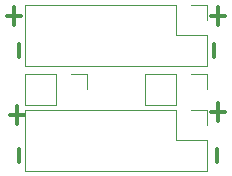
<source format=gto>
G04 #@! TF.GenerationSoftware,KiCad,Pcbnew,(5.1.5)-3*
G04 #@! TF.CreationDate,2020-11-13T08:06:48-05:00*
G04 #@! TF.ProjectId,PowerDistrib,506f7765-7244-4697-9374-7269622e6b69,rev?*
G04 #@! TF.SameCoordinates,Original*
G04 #@! TF.FileFunction,Legend,Top*
G04 #@! TF.FilePolarity,Positive*
%FSLAX46Y46*%
G04 Gerber Fmt 4.6, Leading zero omitted, Abs format (unit mm)*
G04 Created by KiCad (PCBNEW (5.1.5)-3) date 2020-11-13 08:06:48*
%MOMM*%
%LPD*%
G04 APERTURE LIST*
%ADD10C,0.304800*%
%ADD11C,0.120000*%
G04 APERTURE END LIST*
D10*
X123081142Y-70176571D02*
X123081142Y-69015428D01*
X122101428Y-66693142D02*
X123262571Y-66693142D01*
X122682000Y-67467238D02*
X122682000Y-65919047D01*
X123081142Y-79066571D02*
X123081142Y-77905428D01*
X122355428Y-75075142D02*
X123516571Y-75075142D01*
X122936000Y-75849238D02*
X122936000Y-74301047D01*
X139373428Y-66693142D02*
X140534571Y-66693142D01*
X139954000Y-67467238D02*
X139954000Y-65919047D01*
X139591142Y-70176571D02*
X139591142Y-69015428D01*
X139845142Y-79066571D02*
X139845142Y-77905428D01*
X139373428Y-74821142D02*
X140534571Y-74821142D01*
X139954000Y-75595238D02*
X139954000Y-74047047D01*
D11*
X138998000Y-74616000D02*
X138998000Y-75946000D01*
X137668000Y-74616000D02*
X138998000Y-74616000D01*
X138998000Y-77216000D02*
X138998000Y-79816000D01*
X136398000Y-77216000D02*
X138998000Y-77216000D01*
X136398000Y-74616000D02*
X136398000Y-77216000D01*
X138998000Y-79816000D02*
X123638000Y-79816000D01*
X136398000Y-74616000D02*
X123638000Y-74616000D01*
X123638000Y-74616000D02*
X123638000Y-79816000D01*
X123638000Y-65726000D02*
X123638000Y-70926000D01*
X136398000Y-65726000D02*
X123638000Y-65726000D01*
X138998000Y-70926000D02*
X123638000Y-70926000D01*
X136398000Y-65726000D02*
X136398000Y-68326000D01*
X136398000Y-68326000D02*
X138998000Y-68326000D01*
X138998000Y-68326000D02*
X138998000Y-70926000D01*
X137668000Y-65726000D02*
X138998000Y-65726000D01*
X138998000Y-65726000D02*
X138998000Y-67056000D01*
X133798000Y-71568000D02*
X133798000Y-74228000D01*
X136398000Y-71568000D02*
X133798000Y-71568000D01*
X136398000Y-74228000D02*
X133798000Y-74228000D01*
X136398000Y-71568000D02*
X136398000Y-74228000D01*
X137668000Y-71568000D02*
X138998000Y-71568000D01*
X138998000Y-71568000D02*
X138998000Y-72898000D01*
X128838000Y-71568000D02*
X128838000Y-72898000D01*
X127508000Y-71568000D02*
X128838000Y-71568000D01*
X126238000Y-71568000D02*
X126238000Y-74228000D01*
X126238000Y-74228000D02*
X123638000Y-74228000D01*
X126238000Y-71568000D02*
X123638000Y-71568000D01*
X123638000Y-71568000D02*
X123638000Y-74228000D01*
M02*

</source>
